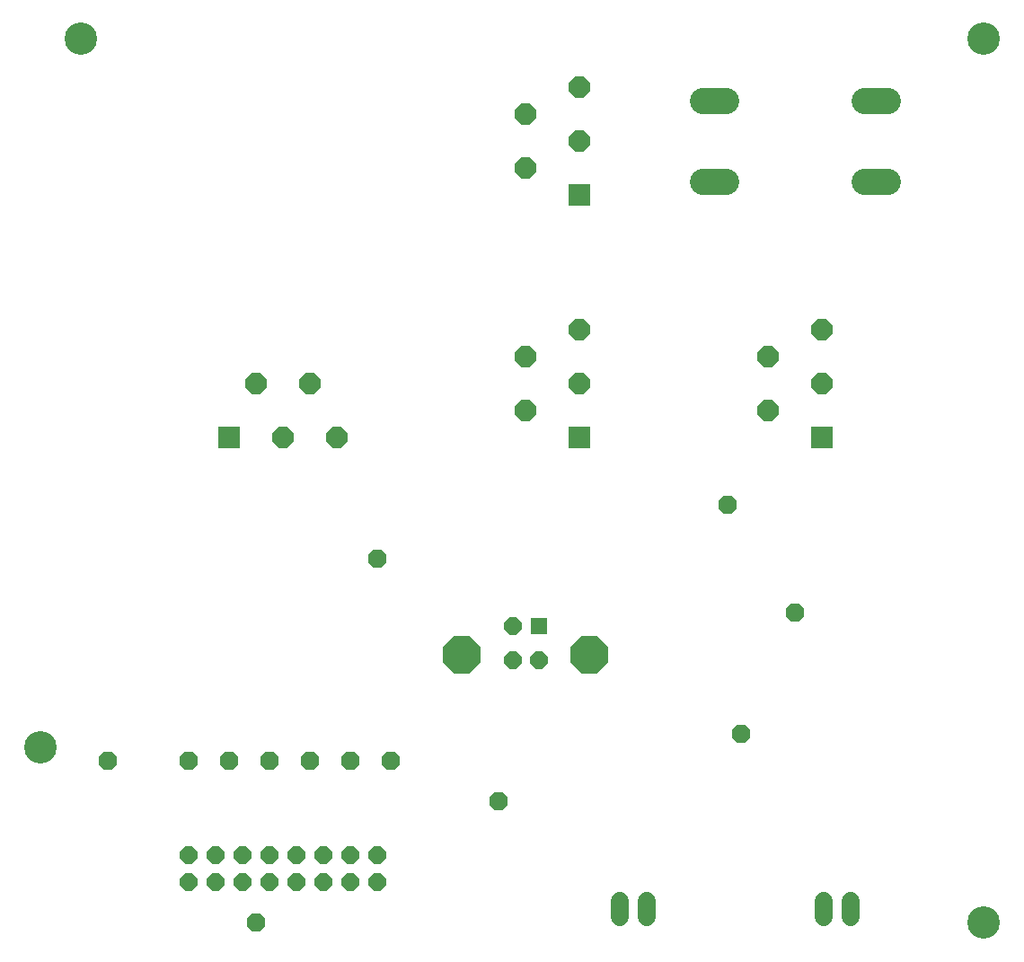
<source format=gbr>
G04 EAGLE Gerber RS-274X export*
G75*
%MOIN*%
%FSLAX34Y34*%
%LPD*%
%INSoldermask Bottom*%
%IPPOS*%
%AMOC8*
5,1,8,0,0,1.08239X$1,22.5*%
G01*
%ADD10C,0.120008*%
%ADD11P,0.069273X8X22.500000*%
%ADD12C,0.068000*%
%ADD13R,0.078866X0.078866*%
%ADD14P,0.085364X8X22.500000*%
%ADD15P,0.085364X8X292.500000*%
%ADD16P,0.069512X8X22.500000*%
%ADD17R,0.064220X0.064220*%
%ADD18P,0.149966X8X22.500000*%
%ADD19C,0.096500*%
%ADD20P,0.072921X8X202.500000*%


D10*
X34500Y35300D03*
X-500Y9000D03*
X1000Y35300D03*
X34500Y2500D03*
D11*
X5000Y5000D03*
X5000Y4000D03*
X6000Y5000D03*
X6000Y4000D03*
X7000Y5000D03*
X7000Y4000D03*
X8000Y5000D03*
X8000Y4000D03*
X9000Y5000D03*
X9000Y4000D03*
X10000Y5000D03*
X10000Y4000D03*
X11000Y5000D03*
X11000Y4000D03*
X12000Y5000D03*
X12000Y4000D03*
D12*
X28550Y3300D02*
X28550Y2700D01*
X29550Y2700D02*
X29550Y3300D01*
D13*
X19500Y29500D03*
D14*
X19500Y31500D03*
X19500Y33500D03*
X17500Y30500D03*
X17500Y32500D03*
D13*
X6500Y20500D03*
D15*
X8500Y20500D03*
X10500Y20500D03*
X7500Y22500D03*
X9500Y22500D03*
D13*
X19500Y20500D03*
D14*
X19500Y22500D03*
X19500Y24500D03*
X17500Y21500D03*
X17500Y23500D03*
D13*
X28500Y20500D03*
D14*
X28500Y22500D03*
X28500Y24500D03*
X26500Y21500D03*
X26500Y23500D03*
D12*
X21000Y3300D02*
X21000Y2700D01*
X22000Y2700D02*
X22000Y3300D01*
D16*
X17016Y13500D03*
D17*
X18000Y13500D03*
D16*
X18000Y12236D03*
X17016Y12236D03*
D18*
X15138Y12435D03*
X19878Y12435D03*
D19*
X30058Y30000D02*
X30943Y30000D01*
X24943Y30000D02*
X24058Y30000D01*
X24058Y33000D02*
X24943Y33000D01*
X30058Y33000D02*
X30943Y33000D01*
D20*
X2000Y8500D03*
X25500Y9500D03*
X25000Y18000D03*
X27500Y14000D03*
X5000Y8500D03*
X6500Y8500D03*
X7500Y2500D03*
X8000Y8500D03*
X12000Y16000D03*
X9500Y8500D03*
X16500Y7000D03*
X11000Y8500D03*
X12500Y8500D03*
M02*

</source>
